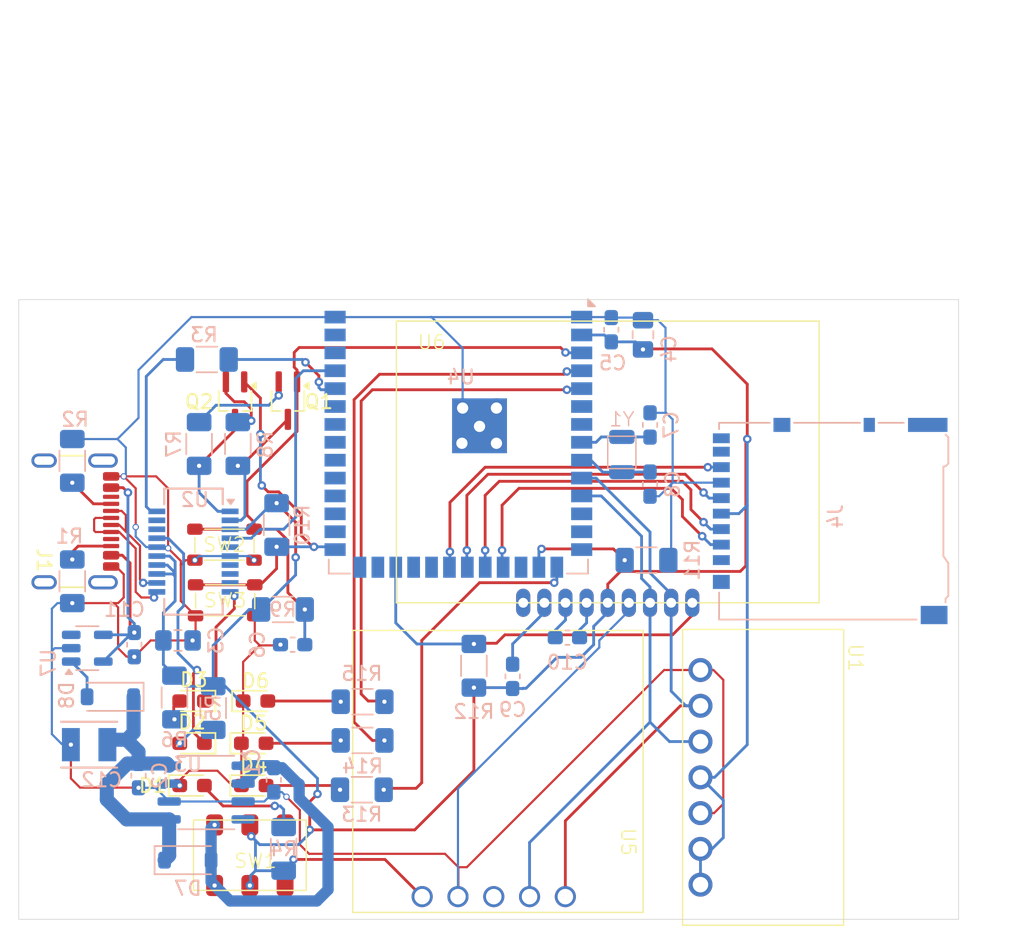
<source format=kicad_pcb>
(kicad_pcb (version 20240108) (generator "pcbnew") (generator_version "8.0")
  (layers (0 "F.Cu" signal) (31 "B.Cu" signal) (34 "B.Paste" user) (35 "F.Paste" user) (36 "B.SilkS" user "B.Silkscreen") (37 "F.SilkS" user "F.Silkscreen") (38 "B.Mask" user) (39 "F.Mask" user) (44 "Edge.Cuts" user))
  (net 0 "")
  (net 1 "GND")
  (net 2 "VDD")
  (net 3 "SW_1")
  (net 4 "+3V3")
  (net 5 "ESP32_EN")
  (net 6 "ESP32_IO15")
  (net 7 "ESP32_IO16")
  (net 8 "Net-(U6-VOUT)")
  (net 9 "Net-(U6-CAP1N)")
  (net 10 "Net-(U6-CAP1P)")
  (net 11 "Net-(D1-A)")
  (net 12 "CBUS1")
  (net 13 "Net-(D2-A)")
  (net 14 "CBUS2")
  (net 15 "Net-(D3-A)")
  (net 16 "Net-(D4-A)")
  (net 17 "Net-(D5-A)")
  (net 18 "Net-(D6-A)")
  (net 20 "USB_DP")
  (net 22 "Net-(J1-CC1)")
  (net 23 "Net-(J1-CC2)")
  (net 25 "USB_DM")
  (net 31 "ESP32_IO11_SPI_MOSI")
  (net 33 "ESP32_IO10_SPI_CS")
  (net 34 "ESP32_IO12_SPI_SCK")
  (net 37 "ESP32_IO13_SPI_MISO")
  (net 38 "RTS")
  (net 39 "Net-(Q1-B)")
  (net 40 "DTR")
  (net 41 "ESP32_IO0")
  (net 42 "Net-(Q2-B)")
  (net 43 "Net-(U2-TXD)")
  (net 44 "ESP32_RXD")
  (net 45 "ESP32_IO46")
  (net 46 "ESP32_IO47")
  (net 47 "ESP32_IO3")
  (net 48 "ESP32_IO4")
  (net 49 "ESP32_IO5")
  (net 52 "ESP32_IO18_SDA")
  (net 53 "ESP32_IO17_SCL")
  (net 59 "ESP32_TXD")
  (net 87 "VBUS")
  (net 88 "Net-(D8-A)")
  (footprint "mylib:SSSS213202" (layer "F.Cu") (at 102.4 109.45)
    (property "Reference" "SW1")
    (property "Value" "ssss213202" (hide yes))
  )
  (footprint "MountingHole:MountingHole_3.2mm_M3" (layer "F.Cu") (at 150.8 74)
    (property "Reference" "H2" (hide yes))
    (property "Value" "M3_MountHoll" (hide yes))
  )
  (footprint "MountingHole:MountingHole_3.2mm_M3" (layer "F.Cu") (at 93.3 74)
    (property "Reference" "H1" (hide yes))
    (property "Value" "M3_MountHoll" (hide yes))
  )
  (footprint "LED_SMD:LED_0603_1608Metric_Pad1.05x0.95mm_HandSolder" (layer "F.Cu") (at 100.8 98.5 180)
    (property "Reference" "D3")
    (property "Value" "LED" (hide yes))
  )
  (footprint "MountingHole:MountingHole_3.2mm_M3" (layer "F.Cu") (at 93.3 110)
    (property "Reference" "H4" (hide yes))
    (property "Value" "M3_MountHoll" (hide yes))
  )
  (footprint "mylib:AQM0802A-RN-GBW" (layer "F.Cu") (at 115.3 91.525)
    (property "Reference" "U6")
    (property "Value" "AQM0802A-RN-GBW" (hide yes))
  )
  (footprint "LED_SMD:LED_0603_1608Metric_Pad1.05x0.95mm_HandSolder" (layer "F.Cu") (at 105.3 98.5)
    (property "Reference" "D6")
    (property "Value" "LED" (hide yes))
  )
  (footprint "mylib:BME280_SwitchScience" (layer "F.Cu") (at 136.88 103.92 -90)
    (property "Reference" "U1")
    (property "Value" "BME280" (hide yes))
  )
  (footprint "LED_SMD:LED_0603_1608Metric_Pad1.05x0.95mm_HandSolder" (layer "F.Cu") (at 100.8 104.5)
    (property "Reference" "D1")
    (property "Value" "LED" (hide yes))
  )
  (footprint "LED_SMD:LED_0603_1608Metric_Pad1.05x0.95mm_HandSolder" (layer "F.Cu") (at 105.175 101.5)
    (property "Reference" "D5")
    (property "Value" "LED" (hide yes))
  )
  (footprint "Package_TO_SOT_SMD:SOT-323_SC-70_Handsoldering" (layer "F.Cu") (at 103.85 77.17 -90)
    (property "Reference" "Q2")
    (property "Value" "2PC4081R" (hide yes))
  )
  (footprint "LED_SMD:LED_0603_1608Metric_Pad1.05x0.95mm_HandSolder" (layer "F.Cu") (at 100.8 101.5 180)
    (property "Reference" "D2")
    (property "Value" "LED" (hide yes))
  )
  (footprint "mylib:SKRPACE010" (layer "F.Cu") (at 103.15 91.35)
    (property "Reference" "SW3")
    (property "Value" "SKRPACE010" (hide yes))
  )
  (footprint "Package_TO_SOT_SMD:SOT-323_SC-70_Handsoldering" (layer "F.Cu") (at 107.6 77.17 -90)
    (property "Reference" "Q1")
    (property "Value" "2PC4081R" (hide yes))
  )
  (footprint "mylib:SCD40_Conta" (layer "F.Cu") (at 122.21 112.39 -90)
    (property "Reference" "U5")
    (property "Value" "SCD40" (hide yes))
  )
  (footprint "MountingHole:MountingHole_3.2mm_M3" (layer "F.Cu") (at 150.8 109.5)
    (property "Reference" "H3" (hide yes))
    (property "Value" "M3_MountHoll" (hide yes))
  )
  (footprint "mylib:SKRPACE010" (layer "F.Cu") (at 103.1 87.4)
    (property "Reference" "SW2")
    (property "Value" "SKRPACE010" (hide yes))
  )
  (footprint "Connector_USB:USB_C_Receptacle_GCT_USB4105-xx-A_16P_TopMnt_Horizontal" (layer "F.Cu") (at 91.375 85.75 -90)
    (property "Reference" "J1")
    (property "Value" "USB4105-GF-A" (hide yes))
  )
  (footprint "LED_SMD:LED_0603_1608Metric_Pad1.05x0.95mm_HandSolder" (layer "F.Cu") (at 105.175 104.5)
    (property "Reference" "D4")
    (property "Value" "LED" (hide yes))
  )
  (footprint "Capacitor_SMD:C_0603_1608Metric_Pad1.08x0.95mm_HandSolder" (layer "B.Cu") (at 97 103.8 -90)
    (property "Reference" "C2")
    (property "Value" "10uF" (hide yes))
  )
  (footprint "Capacitor_SMD:C_0603_1608Metric_Pad1.08x0.95mm_HandSolder" (layer "B.Cu") (at 106.6 104.1 -90)
    (property "Reference" "C1")
    (property "Value" "10uF" (hide yes))
  )
  (footprint "Resistor_SMD:R_1206_3216Metric_Pad1.30x1.75mm_HandSolder" (layer "B.Cu") (at 107.3 109 -90)
    (property "Reference" "R4")
    (property "Value" "10K" (hide yes))
  )
  (footprint "Capacitor_SMD:C_0603_1608Metric_Pad1.08x0.95mm_HandSolder" (layer "B.Cu") (at 133.3 83.1 -90)
    (property "Reference" "C8")
    (property "Value" "15pF" (hide yes))
  )
  (footprint "Capacitor_SMD:C_0603_1608Metric_Pad1.08x0.95mm_HandSolder" (layer "B.Cu") (at 96.7 94.5 -90)
    (property "Reference" "C11")
    (property "Value" "0.01uF" (hide yes))
  )
  (footprint "Diode_SMD:D_SOD-123" (layer "B.Cu") (at 95 98.2 180)
    (property "Reference" "D8")
    (property "Value" "RB161MM-20" (hide yes))
  )
  (footprint "Resistor_SMD:R_1206_3216Metric_Pad1.30x1.75mm_HandSolder" (layer "B.Cu") (at 112.9 101.3)
    (property "Reference" "R14")
    (property "Value" "10K" (hide yes))
  )
  (footprint "Capacitor_SMD:C_0805_2012Metric_Pad1.18x1.45mm_HandSolder" (layer "B.Cu") (at 132.8 72.5 -90)
    (property "Reference" "C4")
    (property "Value" "0.1uF" (hide yes))
  )
  (footprint "Resistor_SMD:R_1206_3216Metric_Pad1.30x1.75mm_HandSolder" (layer "B.Cu") (at 106.8 86 90)
    (property "Reference" "R10")
    (property "Value" "10K" (hide yes))
  )
  (footprint "Capacitor_SMD:C_0603_1608Metric_Pad1.08x0.95mm_HandSolder" (layer "B.Cu") (at 123.55 96.75 90)
    (property "Reference" "C9")
    (property "Value" "1uF" (hide yes))
  )
  (footprint "Resistor_SMD:R_1206_3216Metric_Pad1.30x1.75mm_HandSolder" (layer "B.Cu") (at 101.3 80.25 -90)
    (property "Reference" "R7")
    (property "Value" "10K" (hide yes))
  )
  (footprint "mylib:ESP32-S3-WROOM-1" (layer "B.Cu") (at 119.7 76.5 180)
    (property "Reference" "U4")
    (property "Value" "ESP32-S3-WROOM-1" (hide yes))
  )
  (footprint "Resistor_SMD:R_1206_3216Metric_Pad1.30x1.75mm_HandSolder" (layer "B.Cu") (at 99.55 98.25 90)
    (property "Reference" "R6")
    (property "Value" "10K" (hide yes))
  )
  (footprint "Resistor_SMD:R_1206_3216Metric_Pad1.30x1.75mm_HandSolder" (layer "B.Cu") (at 92.3 81.45 90)
    (property "Reference" "R2")
    (property "Value" "5.1K" (hide yes))
  )
  (footprint "Resistor_SMD:R_1206_3216Metric_Pad1.30x1.75mm_HandSolder" (layer "B.Cu") (at 133.05 88.5 180)
    (property "Reference" "R11")
    (property "Value" "10K" (hide yes))
  )
  (footprint "Resistor_SMD:R_1206_3216Metric_Pad1.30x1.75mm_HandSolder" (layer "B.Cu") (at 120.8 96 -90)
    (property "Reference" "R12")
    (property "Value" "10K" (hide yes))
  )
  (footprint "Resistor_SMD:R_1206_3216Metric_Pad1.30x1.75mm_HandSolder" (layer "B.Cu") (at 112.85 104.8)
    (property "Reference" "R13")
    (property "Value" "10K" (hide yes))
  )
  (footprint "Package_SO:Infineon_PG-DSO-8-24_4x5mm" (layer "B.Cu") (at 101.8 105 180)
    (property "Reference" "U3")
    (property "Value" "LT1963ES8-3.3" (hide yes))
  )
  (footprint "Capacitor_SMD:C_0603_1608Metric_Pad1.08x0.95mm_HandSolder" (layer "B.Cu") (at 127.4375 94)
    (property "Reference" "C10")
    (property "Value" "1uF" (hide yes))
  )
  (footprint "Capacitor_SMD:C_0805_2012Metric_Pad1.18x1.45mm_HandSolder" (layer "B.Cu") (at 99.8 94.2)
    (property "Reference" "C3")
    (property "Value" "0.1uF" (hide yes))
  )
  (footprint "Connector_Card:microSD_HC_Hirose_DM3AT-SF-PEJM5" (layer "B.Cu") (at 146.085 85.72 -90)
    (property "Reference" "J4")
    (property "Value" "Micro_SD_Card_Det_Hirose_DM3AT" (hide yes))
  )
  (footprint "Package_SO:SSOP-20_3.9x8.7mm_P0.635mm" (layer "B.Cu") (at 100.9 87.8925 180)
    (property "Reference" "U2")
    (property "Value" "FT231XS" (hide yes))
  )
  (footprint "Resistor_SMD:R_1206_3216Metric_Pad1.30x1.75mm_HandSolder" (layer "B.Cu") (at 102.3 99 90)
    (property "Reference" "R5")
    (property "Value" "10K" (hide yes))
  )
  (footprint "Resistor_SMD:R_1206_3216Metric_Pad1.30x1.75mm_HandSolder" (layer "B.Cu") (at 92.3 90 -90)
    (property "Reference" "R1")
    (property "Value" "5.1K" (hide yes))
  )
  (footprint "Package_TO_SOT_SMD:SOT-23-5" (layer "B.Cu") (at 93.3625 94.75)
    (property "Reference" "U7")
    (property "Value" "TPS2065DDBVR" (hide yes))
  )
  (footprint "Resistor_SMD:R_1206_3216Metric_Pad1.30x1.75mm_HandSolder" (layer "B.Cu") (at 101.85 74.25)
    (property "Reference" "R3")
    (property "Value" "470" (hide yes))
  )
  (footprint "Capacitor_SMD:C_0603_1608Metric_Pad1.08x0.95mm_HandSolder" (layer "B.Cu") (at 130.55 72.1375 -90)
    (property "Reference" "C5")
    (property "Value" "10uF" (hide yes))
  )
  (footprint "Resistor_SMD:R_1206_3216Metric_Pad1.30x1.75mm_HandSolder" (layer "B.Cu") (at 107.25 92 180)
    (property "Reference" "R9")
    (property "Value" "10K" (hide yes))
  )
  (footprint "Capacitor_SMD:C_0603_1608Metric_Pad1.08x0.95mm_HandSolder" (layer "B.Cu") (at 107.9375 94.5 180)
    (property "Reference" "C6")
    (property "Value" "0.01uF" (hide yes))
  )
  (footprint "TAJ_SMD:TAJB_AVX" (layer "B.Cu") (at 93.49561 101.6 180)
    (property "Reference" "C12")
    (property "Value" "22uF" (hide yes))
  )
  (footprint "Capacitor_SMD:C_0603_1608Metric_Pad1.08x0.95mm_HandSolder" (layer "B.Cu") (at 133.3 78.9 90)
    (property "Reference" "C7")
    (property "Value" "15pF" (hide yes))
  )
  (footprint "Resistor_SMD:R_1206_3216Metric_Pad1.30x1.75mm_HandSolder" (layer "B.Cu") (at 112.9 98.55)
    (property "Reference" "R15")
    (property "Value" "10K" (hide yes))
  )
  (footprint "Resistor_SMD:R_1206_3216Metric_Pad1.30x1.75mm_HandSolder" (layer "B.Cu") (at 104.05 80.25 -90)
    (property "Reference" "R8")
    (property "Value" "10K" (hide yes))
  )
  (footprint "mylib:FC-135" (layer "B.Cu") (at 131.3 81 90)
    (property "Reference" "Y1")
    (property "Value" "FC-135" (hide yes))
  )
  (footprint "Diode_SMD:D_SOD-123" (layer "B.Cu") (at 100.5 109.8)
    (property "Reference" "D7")
    (property "Value" "RB161MM-20" (hide yes))
  )
  (gr_line (start 88.5 70) (end 88.5 114) (stroke (width 0.05)) (layer "Edge.Cuts"))
  (gr_line (start 155.2 70) (end 88.5 70) (stroke (width 0.05)) (layer "Edge.Cuts"))
  (gr_line (start 155.2 114) (end 155.2 70) (stroke (width 0.05)) (layer "Edge.Cuts"))
  (gr_line (start 88.5 114) (end 155.2 114) (stroke (width 0.05)) (layer "Edge.Cuts"))
  (segment (start 108.45 106.25) (end 108.45 108.7) (width 0.1524) (layer "F.Cu") (net 1))
  (segment (start 104.425 101.325) (end 104.425 98.5) (width 0.1524) (layer "F.Cu") (net 1))
  (segment (start 95.55 91.85) (end 95.55 94.75) (width 0.1524) (layer "F.Cu") (net 1))
  (segment (start 109.1 109.35) (end 118.75 109.35) (width 0.1524) (layer "F.Cu") (net 1))
  (segment (start 100 91.4) (end 101.05 92.45) (width 0.1524) (layer "F.Cu") (net 1))
  (segment (start 92.2 101.6) (end 92.2 104) (width 0.1524) (layer "F.Cu") (net 1))
  (segment (start 101 88.5) (end 100.35 88.5) (width 0.1524) (layer "F.Cu") (net 1))
  (segment (start 95.4 88.95) (end 95.95 89.5) (width 0.1524) (layer "F.Cu") (net 1))
  (segment (start 107.025 94.55) (end 107.075 94.5) (width 0.1524) (layer "F.Cu") (net 1))
  (segment (start 101.05 92.45) (end 101.05 93.9875) (width 0.1524) (layer "F.Cu") (net 1))
  (segment (start 136.88 96.3) (end 134.3 96.3) (width 0.1524) (layer "F.Cu") (net 1))
  (segment (start 96.8 83.4) (end 96.8 86.15) (width 0.1524) (layer "F.Cu") (net 1))
  (segment (start 95.25 91.55) (end 92.3 91.55) (width 0.1524) (layer "F.Cu") (net 1))
  (segment (start 100 88.55) (end 100 88.85) (width 0.1524) (layer "F.Cu") (net 1))
  (segment (start 138.5 97) (end 138.5 105.8) (width 0.1524) (layer "F.Cu") (net 1))
  (segment (start 100.35 88.5) (end 100 88.85) (width 0.1524) (layer "F.Cu") (net 1))
  (segment (start 104.3 104.5) (end 103.65 104.5) (width 0.1524) (layer "F.Cu") (net 1))
  (segment (start 95.95 82.55) (end 96.8 83.4) (width 0.1524) (layer "F.Cu") (net 1))
  (segment (start 137.8 96.3) (end 138.5 97) (width 0.1524) (layer "F.Cu") (net 1))
  (segment (start 98.25 82.55) (end 99.1 83.4) (width 0.1524) (layer "F.Cu") (net 1))
  (segment (start 119.7 112.36) (end 119.67 112.39) (width 0.1524) (layer "F.Cu") (net 1))
  (segment (start 103.65 104.5) (end 102.6 103.45) (width 0.1524) (layer "F.Cu") (net 1))
  (segment (start 99.1 83.4) (end 99.1 87.65) (width 0.1524) (layer "F.Cu") (net 1))
  (segment (start 95.55 94.75) (end 96.15 95.35) (width 0.1524) (layer "F.Cu") (net 1))
  (segment (start 134.3 96.3) (end 120.3 110.3) (width 0.1524) (layer "F.Cu") (net 1))
  (segment (start 99.1 87.65) (end 100 88.55) (width 0.1524) (layer "F.Cu") (net 1))
  (segment (start 105.6 94.55) (end 105.25 94.2) (width 0.1524) (layer "F.Cu") (net 1))
  (segment (start 95.055 82.55) (end 95.95 82.55) (width 0.1524) (layer "F.Cu") (net 1))
  (segment (start 104.425 98.5) (end 104.425 95.725) (width 0.1524) (layer "F.Cu") (net 1))
  (segment (start 95.055 88.95) (end 95.4 88.95) (width 0.1524) (layer "F.Cu") (net 1))
  (segment (start 95.95 82.55) (end 98.25 82.55) (width 0.1524) (layer "F.Cu") (net 1))
  (segment (start 96.15 95.35) (end 96.25 95.35) (width 0.1524) (layer "F.Cu") (net 1))
  (segment (start 107.5 105.3) (end 108.45 106.25) (width 0.1524) (layer "F.Cu") (net 1))
  (segment (start 95.95 89.5) (end 95.95 91.15) (width 0.1524) (layer "F.Cu") (net 1))
  (segment (start 100.6 103.45) (end 99.925 104.125) (width 0.1524) (layer "F.Cu") (net 1))
  (segment (start 105.6 94.55) (end 107.025 94.55) (width 0.1524) (layer "F.Cu") (net 1))
  (segment (start 120.3 110.3) (end 119.7 110.3) (width 0.1524) (layer "F.Cu") (net 1))
  (segment (start 95.95 91.15) (end 95.55 91.55) (width 0.1524) (layer "F.Cu") (net 1))
  (segment (start 96.25 95.35) (end 96.2625 95.3625) (width 0.1524) (layer "F.Cu") (net 1))
  (segment (start 104.3 104.5) (end 104.3 101.5) (width 0.1524) (layer "F.Cu") (net 1))
  (segment (start 101.05 93.9875) (end 100.8375 94.2) (width 0.1524) (layer "F.Cu") (net 1))
  (segment (start 119.7 110.3) (end 119.7 112.36) (width 0.1524) (layer "F.Cu") (net 1))
  (segment (start 96.9875 104.65) (end 97 104.6625) (width 0.1524) (layer "F.Cu") (net 1))
  (segment (start 100 88.85) (end 100 91.4) (width 0.1524) (layer "F.Cu") (net 1))
  (segment (start 118.75 109.35) (end 119.7 110.3) (width 0.1524) (layer "F.Cu") (net 1))
  (segment (start 95.25 91.55) (end 95.55 91.85) (width 0.1524) (layer "F.Cu") (net 1))
  (segment (start 97.8625 94.2) (end 96.7 95.3625) (width 0.1524) (layer "F.Cu") (net 1))
  (segment (start 136.88 96.3) (end 137.8 96.3) (width 0.1524) (layer "F.Cu") (net 1))
  (segment (start 95.55 91.55) (end 95.25 91.55) (width 0.1524) (layer "F.Cu") (net 1))
  (segment (start 104.3 101.5) (end 104.3 101.45) (width 0.1524) (layer "F.Cu") (net 1))
  (segment (start 96.2625 95.3625) (end 96.7 95.3625) (width 0.1524) (layer "F.Cu") (net 1))
  (segment (start 102.6 103.45) (end 100.6 103.45) (width 0.1524) (layer "F.Cu") (net 1))
  (segment (start 100.8375 94.2) (end 97.8625 94.2) (width 0.1524) (layer "F.Cu") (net 1))
  (segment (start 138.5 105.8) (end 137.84 106.46) (width 0.1524) (layer "F.Cu") (net 1))
  (segment (start 99.925 104.125) (end 99.925 104.5) (width 0.1524) (layer "F.Cu") (net 1))
  (segment (start 104.425 95.725) (end 105.6 94.55) (width 0.1524) (layer "F.Cu") (net 1))
  (segment (start 92.85 104.65) (end 96.9875 104.65) (width 0.1524) (layer "F.Cu") (net 1))
  (segment (start 104.3 101.45) (end 104.425 101.325) (width 0.1524) (layer "F.Cu") (net 1))
  (segment (start 108.45 108.7) (end 109.1 109.35) (width 0.1524) (layer "F.Cu") (net 1))
  (segment (start 92.2 104) (end 92.85 104.65) (width 0.1524) (layer "F.Cu") (net 1))
  (segment (start 137.84 106.46) (end 136.88 106.46) (width 0.1524) (layer "F.Cu") (net 1))
  (segment (start 105.25 94.2) (end 105.25 92.45) (width 0.1524) (layer "F.Cu") (net 1))
  (via (at 95.95 82.55) (size 0.45) (drill 0.3) (layers "F.Cu" "B.Cu") (net 1))
  (via (at 101 88.5) (size 0.45) (drill 0.3) (layers "F.Cu" "B.Cu") (net 1))
  (via (at 92.2 101.6) (size 0.6) (drill 0.3) (layers "F.Cu" "B.Cu") (net 1))
  (via (at 96.7 95.3625) (size 0.45) (drill 0.3) (layers "F.Cu" "B.Cu") (net 1))
  (via (at 92.3 91.55) (size 0.45) (drill 0.3) (layers "F.Cu" "B.Cu") (net 1))
  (via (at 100.8375 94.2) (size 0.45) (drill 0.3) (layers "F.Cu" "B.Cu") (net 1))
  (via (at 99.925 104.5) (size 0.45) (drill 0.3) (layers "F.Cu" "B.Cu") (net 1))
  (via (at 99.1 87.65) (size 0.45) (drill 0.3) (layers "F.Cu" "B.Cu") (net 1))
  (via (at 97 104.6625) (size 0.45) (drill 0.3) (layers "F.Cu" "B.Cu") (net 1))
  (via (at 107.075 94.5) (size 0.45) (drill 0.3) (layers "F.Cu" "B.Cu") (net 1))
  (via (at 96.8 86.15) (size 0.45) (drill 0.3) (layers "F.Cu" "B.Cu") (net 1))
  (via (at 105.2 88.5) (size 0.45) (drill 0.3) (layers "F.Cu" "B.Cu") (net 1))
  (via (at 107.5 105.3) (size 0.45) (drill 0.3) (layers "F.Cu" "B.Cu") (net 1))
  (segment (start 91.25 91.55) (end 90.85 91.95) (width 0.1524) (layer "B.Cu") (net 1))
  (segment (start 117.7 71.24) (end 110.95 71.24) (width 0.1524) (layer "B.Cu") (net 1))
  (segment (start 131.8 92.1) (end 129.7 94.2) (width 0.1524) (layer "B.Cu") (net 1))
  (segment (start 104.425 105.635) (end 105.9275 105.635) (width 0.1524) (layer "B.Cu") (net 1))
  (segment (start 91.55 101.55) (end 90.85 100.85) (width 0.1524) (layer "B.Cu") (net 1))
  (segment (start 107.1625 104.9625) (end 107.5 105.3) (width 0.1524) (layer "B.Cu") (net 1))
  (segment (start 97 78.4) (end 95.5 79.9) (width 0.1524) (layer "B.Cu") (net 1))
  (segment (start 97.5476 87.575) (end 98.3 87.575) (width 0.1524) (layer "B.Cu") (net 1))
  (segment (start 134.3 88.5) (end 134.6 88.5) (width 0.1524) (layer "B.Cu") (net 1))
  (segment (start 132.8 71.4625) (end 133.8625 71.4625) (width 0.1524) (layer "B.Cu") (net 1))
  (segment (start 131.8 91.525) (end 131.8 92.1) (width 0.1524) (layer "B.Cu") (net 1))
  (segment (start 96.8 86.8274) (end 97.5476 87.575) (width 0.1524) (layer "B.Cu") (net 1))
  (segment (start 92.2 101.6) (end 92.15 101.55) (width 0.1524) (layer "B.Cu") (net 1))
  (segment (start 134.905 78.505) (end 134.905 82.995) (width 0.1524) (layer "B.Cu") (net 1))
  (segment (start 110.95 71.24) (end 100.76 71.24) (width 0.1524) (layer "B.Cu") (net 1))
  (segment (start 134.4375 78.0375) (end 134.905 78.505) (width 0.1524) (layer "B.Cu") (net 1))
  (segment (start 117.7 71.24) (end 128.45 71.24) (width 0.1524) (layer "B.Cu") (net 1))
  (segment (start 99.175 104.365) (end 99.79 104.365) (width 0.1524) (layer "B.Cu") (net 1))
  (segment (start 97 75) (end 97 78.4) (width 0.1524) (layer "B.Cu") (net 1))
  (segment (start 133.3 83.9625) (end 133.9375 83.9625) (width 0.1524) (layer "B.Cu") (net 1))
  (segment (start 92.15 101.55) (end 91.55 101.55) (width 0.1524) (layer "B.Cu") (net 1))
  (segment (start 96.1 82.4) (end 95.95 82.55) (width 0.1524) (layer "B.Cu") (net 1))
  (segment (start 99.025 87.575) (end 99.1 87.65) (width 0.1524) (layer "B.Cu") (net 1))
  (segment (start 97.9 104.6625) (end 98.2025 104.6625) (width 0.1524) (layer "B.Cu") (net 1))
  (segment (start 104.91 88.21) (end 105.2 88.5) (width 0.1524) (layer "B.Cu") (net 1))
  (segment (start 103.5 88.21) (end 104.91 88.21) (width 0.1524) (layer "B.Cu") (net 1))
  (segment (start 134.8 83.1) (end 134.85 83.05) (width 0.1524) (layer "B.Cu") (net 1))
  (segment (start 90.85 95.15) (end 90.85 94.95) (width 0.1524) (layer "B.Cu") (net 1))
  (segment (start 132.6125 71.275) (end 132.8 71.4625) (width 0.1524) (layer "B.Cu") (net 1))
  (segment (start 96.1 80.5) (end 96.1 82.4) (width 0.1524) (layer "B.Cu") (net 1))
  (segment (start 133.3 78.0375) (end 134.4375 78.0375) (width 0.1524) (layer "B.Cu") (net 1))
  (segment (start 120 73.45) (end 117.79 71.24) (width 0.1524) (layer "B.Cu") (net 1))
  (segment (start 98.2025 104.6625) (end 99.175 105.635) (width 0.1524) (layer "B.Cu") (net 1))
  (segment (start 90.85 94.95) (end 91.05 94.75) (width 0.1524) (layer "B.Cu") (net 1))
  (segment (start 104.425 105.635) (end 99.175 105.635) (width 0.1524) (layer "B.Cu") (net 1))
  (segment (start 130.55 71.275) (end 132.6125 71.275) (width 0.1524) (layer "B.Cu") (net 1))
  (segment (start 130.515 71.24) (end 130.55 71.275) (width 0.1524) (layer "B.Cu") (net 1))
  (segment (start 98.8775 104.6625) (end 99.175 104.365) (width 0.1524) (layer "B.Cu") (net 1))
  (segment (start 134.905 82.995) (end 138.36 82.995) (width 0.1524) (layer "B.Cu") (net 1))
  (segment (start 105.9275 105.635) (end 106.6 104.9625) (width 0.1524) (layer "B.Cu") (net 1))
  (segment (start 90.85 100.85) (end 90.85 95.15) (width 0.1524) (layer "B.Cu") (net 1))
  (segment (start 103.5 88.21) (end 101.29 88.21) (width 0.1524) (layer "B.Cu") (net 1))
  (segment (start 92.3 91.55) (end 91.25 91.55) (width 0.1524) (layer "B.Cu") (net 1))
  (segment (start 134.85 83.05) (end 134.905 82.995) (width 0.1524) (layer "B.Cu") (net 1))
  (segment (start 134.4 72) (end 134.4 78) (width 0.1524) (layer "B.Cu") (net 1))
  (segment (start 131.8 91.525) (end 131.8 91) (width 0.1524) (layer "B.Cu") (net 1))
  (segment (start 97.9 104.6625) (end 98.8775 104.6625) (width 0.1524) (layer "B.Cu") (net 1))
  (segment (start 128.45 71.24) (end 130.515 71.24) (width 0.1524) (layer "B.Cu") (net 1))
  (segment (start 119.67 104.73) (end 119.67 112.39) (width 0.1524) (layer "B.Cu") (net 1))
  (segment (start 96.8 86.15) (end 96.8 86.8274) (width 0.1524) (layer "B.Cu") (net 1))
  (segment (start 133.8625 71.4625) (end 134.4 72) (width 0.1524) (layer "B.Cu") (net 1))
  (segment (start 90.85 91.95) (end 90.85 95.15) (width 0.1524) (layer "B.Cu") (net 1))
  (segment (start 120 77.7) (end 120 73.45) (width 0.1524) (layer "B.Cu") (net 1))
  (segment (start 129.7 94.2) (end 129.7 94.7) (width 0.1524) (layer "B.Cu") (net 1))
  (segment (start 106.6 104.9625) (end 107.1625 104.9625) (width 0.1524) (layer "B.Cu") (net 1))
  (segment (start 91.05 94.75) (end 92.225 94.75) (width 0.1524) (layer "B.Cu") (net 1))
  (segment (start 134.8 88.3) (end 134.8 83.1) (width 0.1524) (layer "B.Cu") (net 1))
  (segment (start 98.3 87.575) (end 99.025 87.575) (width 0.1524) (layer "B.Cu") (net 1))
  (segment (start 97 104.6625) (end 97.9 104.6625) (width 0.1524) (layer "B.Cu") (net 1))
  (segment (start 100.76 71.24) (end 97 75) (width 0.1524) (layer "B.Cu") (net 1))
  (segment (start 99.79 104.365) (end 99.925 104.5) (width 0.1524) (layer "B.Cu") (net 1))
  (segment (start 95.5 79.9) (end 96.1 80.5) (width 0.1524) (layer "B.Cu") (net 1))
  (segment (start 134.6 88.5) (end 134.8 88.3) (width 0.1524) (layer "B.Cu") (net 1))
  (segment (start 101.29 88.21) (end 101 88.5) (width 0.1524) (layer "B.Cu") (net 1))
  (segment (start 134.4 78) (end 134.4375 78.0375) (width 0.1524) (layer "B.Cu") (net 1))
  (segment (start 129.7 94.7) (end 119.67 104.73) (width 0.1524) (layer "B.Cu") (net 1))
  (segment (start 92.3 79.9) (end 95.5 79.9) (width 0.1524) (layer "B.Cu") (net 1))
  (segment (start 117.79 71.24) (end 117.7 71.24) (width 0.1524) (layer "B.Cu") (net 1))
  (segment (start 133.9375 83.9625) (end 134.85 83.05) (width 0.1524) (layer "B.Cu") (net 1))
  (segment (start 94.75 105.5) (end 94.75 104.4) (width 1) (layer "B.Cu") (net 2))
  (segment (start 97 102.1) (end 97 102.9375) (width 1) (layer "B.Cu") (net 2))
  (segment (start 94.75 104.4) (end 96.2125 102.9375) (width 1) (layer "B.Cu") (net 2))
  (segment (start 96.15 101.25) (end 97 102.1) (width 1) (layer "B.Cu") (net 2))
  (segment (start 94.79122 101.557598) (end 95.098818 101.25) (width 1) (layer "B.Cu") (net 2))
  (segment (start 99.0175 102.9375) (end 99.175 103.095) (width 1) (layer "B.Cu") (net 2))
  (segment (start 99.175 106.905) (end 96.155 106.905) (width 1) (layer "B.Cu") (net 2))
  (segment (start 99.175 109.475) (end 98.85 109.8) (width 1) (layer "B.Cu") (net 2))
  (segment (start 95.098818 101.25) (end 96.15 101.25) (width 1) (layer "B.Cu") (net 2))
  (segment (start 94.79122 101.6) (end 94.79122 101.557598) (width 1) (layer "B.Cu") (net 2))
  (segment (start 99.175 106.905) (end 99.175 109.475) (width 1) (layer "B.Cu") (net 2))
  (segment (start 96.65 100.75) (end 96.65 98.2) (width 1) (layer "B.Cu") (net 2))
  (segment (start 96.2125 102.9375) (end 97 102.9375) (width 1) (layer "B.Cu") (net 2))
  (segment (start 96.155 106.905) (end 94.75 105.5) (width 1) (layer "B.Cu") (net 2))
  (segment (start 97 102.9375) (end 99.0175 102.9375) (width 1) (layer "B.Cu") (net 2))
  (segment (start 96.15 101.25) (end 96.65 100.75) (width 1) (layer "B.Cu") (net 2))
  (via (at 102.4 107.3) (size 0.6) (drill 0.3) (layers "F.Cu" "B.Cu") (net 3))
  (via (at 102.4 111.6) (size 0.6) (drill 0.3) (layers "F.Cu" "B.Cu") (net 3))
  (segment (start 109.65 112.7) (end 110.45 111.9) (width 0.8) (layer "B.Cu") (net 3))
  (segment (start 105.695 103.095) (end 105.75 103.095) (width 0.8) (layer "B.Cu") (net 3))
  (segment (start 104.425 104.365) (end 105.695 103.095) (width 0.8) (layer "B.Cu") (net 3))
  (segment (start 105.75 103.095) (end 106.4575 103.095) (width 0.8) (layer "B.Cu") (net 3))
  (segment (start 102.15 107.55) (end 102.4 107.3) (width 0.8) (layer "B.Cu") (net 3))
  (segment (start 107.1875 103.2375) (end 106.6 103.2375) (width 0.8) (layer "B.Cu") (net 3))
  (segment (start 108.4 104.4) (end 108.35 104.4) (width 0.8) (layer "B.Cu") (net 3))
  (segment (start 102.15 111.35) (end 102.4 111.6) (width 0.8) (layer "B.Cu") (net 3))
  (segment (start 108.35 104.4) (end 107.1875 103.2375) (width 0.8) (layer "B.Cu") (net 3))
  (segment (start 106.4575 103.095) (end 106.6 103.2375) (width 0.8) (layer "B.Cu") (net 3))
  (segment (start 102.15 109.8) (end 102.15 107.55) (width 0.8) (layer "B.Cu") (net 3))
  (segment (start 102.4 111.6) (end 103.5 112.7) (width 0.8) (layer "B.Cu") (net 3))
  (segment (start 110.45 111.9) (end 110.45 107.45) (width 0.8) (layer "B.Cu") (net 3))
  (segment (start 108.4 105.4) (end 108.4 104.4) (width 0.8) (layer "B.Cu") (net 3))
  (segment (start 104.425 103.095) (end 105.75 103.095) (width 0.8) (layer "B.Cu") (net 3))
  (segment (start 103.5 112.7) (end 109.65 112.7) (width 0.8) (layer "B.Cu") (net 3))
  (segment (start 102.15 109.8) (end 102.15 111.35) (width 0.8) (layer "B.Cu") (net 3))
  (segment (start 110.45 107.45) (end 108.4 105.4) (width 0.8) (layer "B.Cu") (net 3))
  (segment (start 109.15 107.65) (end 109.15 105.65) (width 0.2) (layer "F.Cu") (net 4))
  (segment (start 132.8375 73.5) (end 132.8 73.5375) (width 0.2) (layer "F.Cu") (net 4))
  (segment (start 109.6 105.2) (end 109.7 105.1) (width 0.2) (layer "F.Cu") (net 4))
  (segment (start 108.1524 88.3) (end 108.1524 85.8024) (width 0.2) (layer "F.Cu") (net 4))
  (segment (start 114.49 109.75) (end 108 109.75) (width 0.2) (layer "F.Cu") (net 4))
  (segment (start 120.8 103.45) (end 120.8 97.55) (width 0.2) (layer "F.Cu") (net 4))
  (segment (start 130.3 90.2) (end 131.2 89.3) (width 0.2) (layer "F.Cu") (net 4))
  (segment (start 137.7 73.5) (end 132.8375 73.5) (width 0.2) (layer "F.Cu") (net 4))
  (segment (start 139.7 89.3) (end 140.1 88.9) (width 0.2) (layer "F.Cu") (net 4))
  (segment (start 109.15 105.65) (end 109.6 105.2) (width 0.2) (layer "F.Cu") (net 4))
  (segment (start 105 108.1) (end 105 107.4) (width 0.2) (layer "F.Cu") (net 4))
  (segment (start 116.6 107.65) (end 120.8 103.45) (width 0.2) (layer "F.Cu") (net 4))
  (segment (start 131.2 89.3) (end 139.7 89.3) (width 0.2) (layer "F.Cu") (net 4))
  (segment (start 130.3 91.525) (end 130.3 90.2) (width 0.2) (layer "F.Cu") (net 4))
  (segment (start 105 107.4) (end 104.9 107.3) (width 0.2) (layer "F.Cu") (net 4))
  (segment (start 140.2 79.9) (end 140.2 76) (width 0.2) (layer "F.Cu") (net 4))
  (segment (start 109.15 107.65) (end 116.6 107.65) (width 0.2) (layer "F.Cu") (net 4))
  (segment (start 140.1 88.9) (end 140.1 80) (width 0.2) (layer "F.Cu") (net 4))
  (segment (start 140.2 76) (end 137.7 73.5) (width 0.2) (layer "F.Cu") (net 4))
  (segment (start 140.1 80) (end 140.2 79.9) (width 0.2) (layer "F.Cu") (net 4))
  (segment (start 108.1524 85.8024) (end 106.8 84.45) (width 0.2) (layer "F.Cu") (net 4))
  (segment (start 117.13 112.39) (end 114.49 109.75) (width 0.2) (layer "F.Cu") (net 4))
  (via (at 140.2 79.9) (size 0.6) (drill 0.3) (layers "F.Cu" "B.Cu") (net 4))
  (via (at 108 109.75) (size 0.6) (drill 0.3) (layers "F.Cu" "B.Cu") (net 4))
  (via (at 104.9 111.6) (size 0.6) (drill 0.3) (layers "F.Cu" "B.Cu") (net 4))
  (via (at 132.8 73.5375) (size 0.6) (drill 0.3) (layers "F.Cu" "B.Cu") (net 4))
  (via (at 109.15 107.65) (size 0.6) (drill 0.3) (layers "F.Cu" "B.Cu") (net 4))
  (via (at 106.8 84.45) (size 0.6) (drill 0.3) (layers "F.Cu" "B.Cu") (net 4))
  (via (at 108.1524 88.3) (size 0.6) (drill 0.3) (layers "F.Cu" "B.Cu") (net 4))
  (via (at 105 108.1) (size 0.6) (drill 0.3) (layers "F.Cu" "B.Cu") (net 4))
  (via (at 120.8 97.55) (size 0.6) (drill 0.3) (layers "F.Cu" "B.Cu") (net 4))
  (via (at 109.7 105.1) (size 0.6) (drill 0.3) (layers "F.Cu" "B.Cu") (net 4))
  (segment (start 128.4 95.4) (end 126.7 95.4) (width 0.2) (layer "B.Cu") (net 4))
  (segment (start 138.5 108.2) (end 137.7 109) (width 0.2) (layer "B.Cu") (net 4))
  (segment (start 139.605 85.195) (end 139.8 85) (width 0.2) (layer "B.Cu") (net 4))
  (segment (start 105 108.1) (end 105.6 108.7) (width 0.2) (layer "B.Cu") (net 4))
  (segment (start 108.15 88.75) (end 108.15 88.3024) (width 0.2) (layer "B.Cu") (net 4))
  (segment (start 120.8 97.55) (end 123.4875 97.55) (width 0.2) (layer "B.Cu") (net 4))
  (segment (start 99.045 88.845) (end 99.6 89.4) (width 0.2) (layer "B.Cu") (net 4))
  (segment (start 130.3 92.2) (end 129.3 93.2) (width 0.2) (layer "B.Cu") (net 4))
  (segment (start 98.3 88.21) (end 99.21 88.21) (width 0.2) (layer "B.Cu") (net 4))
  (segment (start 98.7625 92.2375) (end 98.7625 94.2) (width 0.2) (layer "B.Cu") (net 4))
  (segment (start 140.2 84.6) (end 140.2 84.2) (width 0.2) (layer "B.Cu") (net 4))
  (segment (start 124.2875 97.6125) (end 123.55 97.6125) (width 0.2) (layer "B.Cu") (net 4))
  (segment (start 104.95 111.55) (end 104.9 111.6) (width 0.2) (layer "B.Cu") (net 4))
  (segment (start 139.8 85) (end 140.2 84.6) (width 0.2) (layer "B.Cu") (net 4))
  (segment (start 98.7625 95.9125) (end 98.7625 94.2) (width 0.2) (layer "B.Cu") (net 4))
  (segment (start 124.5 97.6) (end 124.3 97.6) (width 0.2) (layer "B.Cu") (net 4))
  (segment (start 108 109.85) (end 107.3 110.55) (width 0.2) (layer "B.Cu") (net 4))
  (segment (start 108 109.75) (end 108 109.85) (width 0.2) (layer "B.Cu") (net 4))
  (segment (start 103.5 86.305) (end 104.645 86.305) (width 0.2) (layer "B.Cu") (net 4))
  (segment (start 99.55 96.7) (end 98.7625 95.9125) (width 0.2) (layer "B.Cu") (net 4))
  (segment (start 130.06 72.51) (end 130.55 73) (width 0.2) (layer "B.Cu") (net 4))
  (segment (start 140.2 84.2) (end 140.2 79.9) (width 0.2) (layer "B.Cu") (net 4))
  (segment (start 123.4875 97.55) (end 123.55 97.6125) (width 0.2) (layer "B.Cu") (net 4))
  (segment (start 107.3 110.55) (end 105.3 110.55) (width 0.2) (layer "B.Cu") (net 4))
  (segment (start 130.55 73) (end 132.2625 73) (width 0.2) (layer "B.Cu") (net 4))
  (segment (start 105.7 92) (end 108.15 89.55) (width 0.2) (layer "B.Cu") (net 4))
  (segment (start 98.3 89.48) (end 99.43 89.48) (width 0.2) (layer "B.Cu") (net 4))
  (segment (start 102.3 94.55) (end 104.85 92) (width 0.2) (layer "B.Cu") (net 4))
  (segment (start 100.3 97.45) (end 102.3 97.45) (width 0.2) (layer "B.Cu") (net 4))
  (segment (start 138.36 85.195) (end 139.605 85.195) (width 0.2) (layer "B.Cu") (net 4))
  (segment (start 99.6 91.4) (end 98.7625 92.2375) (width 0.2) (layer "B.Cu") (net 4))
  (segment (start 104.85 92) (end 105.7 92) (width 0.2) (layer "B.Cu") (net 4))
  (segment (start 103.15 97.45) (end 102.3 97.45) (width 0.2) (layer "B.Cu") (net 4))
  (segment (start 104.645 86.305) (end 106.5 84.45) (width 0.2) (layer "B.Cu") (net 4))
  (segment (start 109.15 107.9) (end 109.15 107.65) (width 0.2) (layer "B.Cu") (net 4))
  (segment (start 136.88 111.54) (end 136.88 109) (width 0.2) (layer "B.Cu") (net 4))
  (segment (start 99.6 89.65) (end 99.6 91.4) (width 0.2) (layer "B.Cu") (net 4))
  (segment (start 109.7 105.1) (end 109.7 104) (width 0.2) (layer "B.Cu") (net 4))
  (segment (start 105.3 108.4) (end 105 108.1) (width 0.2) (layer "B.Cu") (net 4))
  (segment (start 98.3 88.845) (end 99.045 88.845) (width 0.2) (layer "B.Cu") (net 4))
  (segment (start 128.45 72.51) (end 130.06 72.51) (width 0.2) (layer "B.Cu") (net 4))
  (segment (start 130.3 91.525) (end 130.3 92.2) (width 0.2) (layer "B.Cu") (net 4))
  (segment (start 136.88 103.92) (end 137.88 103.92) (width 0.2) (layer "B.Cu") (net 4))
  (segment (start 137.7 109) (end 136.88 109) (width 0.2) (layer "B.Cu") (net 4))
  (segment (start 105.6 108.7) (end 108.35 108.7) (width 0.2) (layer "B.Cu") (net 4))
  (segment (start 104.95 110.9) (end 104.95 111.55) (width 0.2) (layer "B.Cu") (net 4))
  (segment (start 136.88 103.92) (end 138.5 105.54) (width 0.2) (layer "B.Cu") (net 4))
  (segment (start 109.1 107.95) (end 109.15 107.9) (width 0.2) (layer "B.Cu") (net 4))
  (segment (start 129.3 93.2) (end 129.3 94.5) (width 0.2) (layer "B.Cu") (net 4))
  (segment (start 124.3 97.6) (end 124.2875 97.6125) (width 0.2) (layer "B.Cu") (net 4))
  (segment (start 109.7 104) (end 103.15 97.45) (width 0.2) (layer "B.Cu") (net 4))
  (segment (start 99.6 88.6) (end 99.6 89.65) (width 0.2) (layer "B.Cu") (net 4))
  (segment (start 99.55 96.7) (end 100.3 97.45) (width 0.2) (layer "B.Cu") (net 4))
  (segment (start 108.15 89.55) (end 108.15 88.75) (width 0.2) (layer "B.Cu") (net 4))
  (segment (start 99.43 89.48) (end 99.6 89.65) (width 0.2) (layer "B.Cu") (net 4))
  (segment (start 99.6 89.4) (end 99.6 89.65) (width 0.2) (layer "B.Cu") (net 4))
  (segment (start 106.5 84.45) (end 106.8 84.45) (width 0.2) (layer "B.Cu") (net 4))
  (segment (start 126.7 95.4) (end 124.5 97.6) (width 0.2) (layer "B.Cu") (net 4))
  (segment (start 132.2625 73) (end 132.8 73.5375) (width 0.2) (layer "B.Cu") (net 4))
  (segment (start 102.3 97.45) (end 102.3 94.55) (width 0.2) (layer "B.Cu") (net 4))
  (segment (start 105.3 110.55) (end 105.3 108.4) (width 0.2) (layer "B.Cu") (net 4))
  (segment (start 108.35 108.7) (end 109.1 107.95) (width 0.2) (layer "B.Cu") (net 4))
  (segment (start 140.2 101.6) (end 140.2 84.6) (width 0.2) (layer "B.Cu") (net 4))
  (segment (start 138.5 105.54) (end 138.5 108.2) (width 0.2) (layer "B.Cu") (net 4))
  (segment (start 129.3 94.5) (end 128.4 95.4) (width 0.2) (layer "B.Cu") (net 4))
  (segment (start 108.15 88.3024) (end 108.1524 88.3) (width 0.2) (layer "B.Cu") (net 4))
  (segment (start 137.88 103.92) (end 140.2 101.6) (width 0.2) (layer "B.Cu") (net 4))
  (segment (start 99.21 88.21) (end 99.6 88.6) (width 0.2) (layer "B.Cu") (net 4))
  (segment (start 105.3 110.55) (end 104.95 110.9) (width 0.2) (layer "B.Cu") (net 4))
  (segment (start 104.7 82.9) (end 104.7 85.3) (width 0.2) (layer "F.Cu") (net 5))
  (segment (start 108.25 75) (end 108.25 75.84) (width 0.2) (layer "F.Cu") (net 5))
  (segment (start 105.2 85.8) (end 105.2 86.3) (width 0.2) (layer "F.Cu") (net 5))
  (segment (start 107.6 87.1) (end 107.6 90.8) (width 0.2) (layer "F.Cu") (net 5))
  (segment (start 101 86.3) (end 105.2 86.3) (width 0.2) (layer "F.Cu") (net 5))
  (segment (start 107.6 90.8) (end 108.8 92) (width 0.2) (layer "F.Cu") (net 5))
  (segment (start 106.8 86.3) (end 107.6 87.1) (width 0.2) (layer "F.Cu") (net 5))
  (segment (start 108.25 75.84) (end 108.25 79.35) (width 0.2) (layer "F.Cu") (net 5))
  (segment (start 104.7 85.3) (end 105.2 85.8) (width 0.2) (layer "F.Cu") (net 5))
  (segment (start 108.4 73.4) (end 108.05 73.75) (width 0.2) (layer "F.Cu") (net 5))
  (segment (start 108.05 74.8) (end 108.25 75) (width 0.2) (layer "F.Cu") (net 5))
  (segment (start 105.2 86.3) (end 106.8 86.3) (width 0.2) (layer "F.Cu") (net 5))
  (segment (start 127.3 73.75) (end 126.95 73.4) (width 0.2) (layer "F.Cu") (net 5))
  (segment (start 108.25 79.35) (end 104.7 82.9) (width 0.2) (layer "F.Cu") (net 5))
  (segment (start 126.95 73.4) (end 108.4 73.4) (width 0.2) (layer "F.Cu") (net 5))
  (segment (start 108.05 73.75) (end 108.05 74.8) (width 0.2) (layer "F.Cu") (net 5))
  (via (at 127.3 73.75) (size 0.6) (drill 0.3) (layers "F.Cu" "B.Cu") (net 5))
  (via (at 108.8 92) (size 0.6) (drill 0.3) (layers "F.Cu" "B.Cu") (net 5))
  (segment (start 127.33 73.78) (end 128.45 73.78) (width 0.2) (layer "B.Cu") (net 5))
  (segment (start 127.3 73.75) (end 127.33 73.78) (width 0.2) (layer "B.Cu") (net 5))
  (segment (start 108.8 94.5) (end 108.8 92) (width 0.2) (layer "B.Cu") (net 5))
  (segment (start 131.3 79.75) (end 133.2875 79.75) (width 0.2) (layer "B.Cu") (net 6))
  (segment (start 129.47 80.13) (end 129.85 79.75) (width 0.2) (layer "B.Cu") (net 6))
  (segment (start 133.2875 79.75) (end 133.3 79.7625) (width 0.2) (layer "B.Cu") (net 6))
  (segment (start 128.45 80.13) (end 129.47 80.13) (width 0.2) (layer "B.Cu") (net 6))
  (segment (start 129.85 79.75) (end 131.3 79.75) (width 0.2) (layer "B.Cu") (net 6))
  (segment (start 131.45 82.25) (end 131.4625 82.2375) (width 0.2) (layer "B.Cu") (net 7))
  (segment (start 129.1 81.4) (end 129.95 82.25) (width 0.2) (layer "B.Cu") (net 7))
  (segment (start 131.3 82.25) (end 131.45 82.25) (width 0.2) (layer "B.Cu") (net 7))
  (segment (start 129.95 82.25) (end 131.3 82.25) (width 0.2) (layer "B.Cu") (net 7))
  (segment (start 131.4625 82.2375) (end 133.3 82.2375) (width 0.2) (layer "B.Cu") (net 7))
  (segment (start 128.45 81.4) (end 129.1 81.4) (width 0.2) (layer "B.Cu") (net 7))
  (segment (start 123.55 94.45) (end 123.55 95.8875) (width 0.2) (layer "B.Cu") (net 8))
  (segment (start 125.8 91.525) (end 125.8 92.2) (width 0.2) (layer "B.Cu") (net 8))
  (segment (start 125.8 92.2) (end 123.55 94.45) (width 0.2) (layer "B.Cu") (net 8))
  (segment (start 127.3 92.75) (end 127.3 91.525) (width 0.2) (layer "B.Cu") (net 9))
  (segment (start 126.575 94) (end 126.575 93.475) (width 0.2) (layer "B.Cu") (net 9))
  (segment (start 126.575 93.475) (end 127.3 92.75) (width 0.2) (layer "B.Cu") (net 9))
  (segment (start 128.3 93.45) (end 128.8 92.95) (width 0.2) (layer "B.Cu") (net 10))
  (segment (start 128.3 94) (end 128.3 93.45) (width 0.2) (layer "B.Cu") (net 10))
  (segment (start 128.8 92.95) (end 128.8 91.525) (width 0.2) (layer "B.Cu") (net 10))
  (segment (start 103.0024 105.9524) (end 106.669 105.9524) (width 0.2) (layer "F.Cu") (net 11))
  (segment (start 101.675 104.625) (end 102.6 105.55) (width 0.2) (layer "F.Cu") (net 11))
  (segment (start 102.6 105.55) (end 103.0024 105.9524) (width 0.2) (layer "F.Cu") (net 11))
  (segment (start 101.675 104.5) (end 101.675 104.625) (width 0.2) (layer "F.Cu") (net 11))
  (via (at 106.669 105.9524) (size 0.6) (drill 0.3) (layers "F.Cu" "B.Cu") (net 11))
  (segment (start 106.669 105.9524) (end 107.0476 105.9524) (width 0.2) (layer "B.Cu") (net 11))
  (segment (start 107.3 106.2) (end 107.3 107.45) (width 0.2) (layer "B.Cu") (net 11))
  (segment (start 107.05 105.95) (end 107.3 106.2) (width 0.2) (layer "B.Cu") (net 11))
  (segment (start 107.0476 105.9524) (end 107.05 105.95) (width 0.2) (layer "B.Cu") (net 11))
  (segment (start 100.8976 96.5524) (end 100.8976 100.7226) (width 0.2) (layer "F.Cu") (net 12))
  (segment (start 100.8976 100.7226) (end 101.675 101.5) (width 0.2) (layer "F.Cu") (net 12))
  (segment (start 101.15 96.3) (end 100.8976 96.5524) (width 0.2) (layer "F.Cu") (net 12))
  (via (at 101.15 96.3) (size 0.6) (drill 0.3) (layers "F.Cu" "B.Cu") (net 12))
  (segment (start 98.3 86.94) (end 99.1 86.94) (width 0.2) (layer "B.Cu") (net 12))
  (segment (start 99.8 95.1) (end 101 96.3) (width 0.2) (layer "B.Cu") (net 12))
  (segment (start 100.2 88.04) (end 100.2 91.75) (width 0.2) (layer "B.Cu") (net 12))
  (segment (start 100.2 91.75) (end 99.8 92.15) (width 0.2) (layer "B.Cu") (net 12))
  (segment (start 99.1 86.94) (end 100.2 88.04) (width 0.2) (layer "B.Cu") (net 12))
  (segment (start 101 96.3) (end 101.15 96.3) (width 0.2) (layer "B.Cu") (net 12))
  (segment (start 99.8 92.15) (end 99.8 95.1) (width 0.2) (layer "B.Cu") (net 12))
  (via (at 99.925 101.5) (size 0.6) (drill 0.3) (layers "F.Cu" "B.Cu") (net 13))
  (segment (start 100.875 100.55) (end 99.925 101.5) (width 0.2) (layer "B.Cu") (net 13))
  (segment (start 102.3 100.55) (end 100.875 100.55) (width 0.2) (layer "B.Cu") (net 13))
  (segment (start 102.5 93.25) (end 103.25 92.5) (width 0.2) (layer "F.Cu") (net 14))
  (segment (start 102.5 97.675) (end 102.5 97.3) (width 0.2) (layer "F.Cu") (net 14))
  (segment (start 103.25 92.5) (end 103.8 91.95) (width 0.2) (layer "F.Cu") (net 14))
  (segment (start 103.8 91.95) (end 103.8 91.05) (width 0.2) (layer "F.Cu") (net 14))
  (segment (start 101.675 98.5) (end 102.5 97.675) (width 0.2) (layer "F.Cu") (net 14))
  (segment (start 102.5 97.3) (end 102.5 93.25) (width 0.2) (layer "F.Cu") (net 14))
  (via (at 103.8 91.05) (size 0.6) (drill 0.3) (layers "F.Cu" "B.Cu") (net 14))
  (segment (start 103.8 91.05) (end 103.5 90.75) (width 0.2) (layer "B.Cu") (net 14))
  (segment (start 99.5 99.75) (end 99.55 99.8) (width 0.2) (layer "F.Cu") (net 15))
  (segment (start 99.925 98.5) (end 99.9 98.5) (width 0.2) (layer "F.Cu") (net 15))
  (segment (start 99.5 98.9) (end 99.5 99.75) (width 0.2) (layer "F.Cu") (net 15))
  (segment (start 99.9 98.5) (end 99.5 98.9) (width 0.2) (layer "F.Cu") (net 15))
  (via (at 99.55 99.8) (size 0.6) (drill 0.3) (layers "F.Cu" "B.Cu") (net 15))
  (segment (start 106.05 104.5) (end 111 104.5) (width 0.2) (layer "F.Cu") (net 16))
  (segment (start 111 104.5) (end 111.3 104.8) (width 0.2) (layer "F.Cu") (net 16))
  (via (at 111.3 104.8) (size 0.6) (drill 0.3) (layers "F.Cu" "B.Cu") (net 16))
  (segment (start 111.15 101.5) (end 111.35 101.3) (width 0.2) (layer "F.Cu") (net 17))
  (segment (start 106.05 101.5) (end 111.15 101.5) (width 0.2) (layer "F.Cu") (net 17))
  (via (at 111.35 101.3) (size 0.6) (drill 0.3) (layers "F.Cu" "B.Cu") (net 17))
  (segment (start 111.3 98.5) (end 111.35 98.55) (width 0.2) (layer "F.Cu") (net 18))
  (segment (start 106.175 98.5) (end 111.3 98.5) (width 0.2) (layer "F.Cu") (net 18))
  (via (at 111.35 98.55) (size 0.6) (drill 0.3) (layers "F.Cu" "B.Cu") (net 18))
  (segment (start 93.85 86.4) (end 93.95 86.5) (width 0.1524) (layer "F.Cu") (net 20))
  (segment (start 96.8 87.670001) (end 96.8 90.75) (width 0.1524) (layer "F.Cu") (net 20))
  (segment (start 96.8 90.75) (end 97.2 91.15) (width 0.1524) (layer "F.Cu") (net 20))
  (segment (start 95.055 86.5) (end 95.629999 86.5) (width 0.1524) (layer "F.Cu") (net 20))
  (segment (start 93.95 86.5) (end 95.055 86.5) (width 0.1524) (layer "F.Cu") (net 20))
  (segment (start 95.055 85.5) (end 93.95 85.5) (width 0.1524) (layer "F.Cu") (net 20))
  (segment (start 95.629999 86.5) (end 96.8 87.670001) (width 0.1524) (layer "F.Cu") (net 20))
  (segment (start 93.95 85.5) (end 93.85 85.6) (width 0.1524) (layer "F.Cu") (net 20))
  (segment (start 93.85 85.6) (end 93.85 86.4) (width 0.1524) (layer "F.Cu") (net 20))
  (segment (start 97.2 91.15) (end 98.1 91.15) (width 0.1524) (layer "F.Cu") (net 20))
  (via (at 98.1 91.15) (size 0.6) (drill 0.3) (layers "F.Cu" "B.Cu") (net 20))
  (segment (start 98.1 90.95) (end 98.3 90.75) (width 0.1524) (layer "B.Cu") (net 20))
  (segment (start 98.1 91.15) (end 98.1 90.95) (width 0.1524) (layer "B.Cu") (net 20))
  (segment (start 95.055 84.5) (end 93.8 84.5) (width 0.2) (layer "F.Cu") (net 22))
  (segment (start 93.8 84.5) (end 92.3 83) (width 0.2) (layer "F.Cu") (net 22))
  (via (at 92.3 83) (size 0.6) (drill 0.3) (layers "F.Cu" "B.Cu") (net 22))
  (segment (start 95.055 87.5) (end 92.72 87.5) (width 0.2) (layer "F.Cu") (net 23))
  (segment (start 92.3 87.96) (end 92.3 88.45) (width 0.2) (layer "F.Cu") (net 23))
  (segment (start 92.28 87.94) (end 92.3 87.96) (width 0.2) (layer "F.Cu") (net 23))
  (segment (start 92.72 87.5) (end 92.28 87.94) (width 0.2) (layer "F.Cu") (net 23))
  (via (at 92.3 88.45) (size 0.6) (drill 0.3) (layers "F.Cu" "B.Cu") (net 23))
  (segment (start 95.629999 86) (end 95.055 86) (width 0.1524) (layer "F.Cu") (net 25))
  (segment (start 97.1048 87.474801) (end 96.139999 86.510001) (width 0.1524) (layer "F.Cu") (net 25))
  (segment (start 96.139999 86.510001) (end 95.629999 86) (width 0.1524) (layer "F.Cu") (net 25))
  (segment (start 96.1 86.470002) (end 96.139999 86.510001) (width 0.1524) (layer "F.Cu") (net 25))
  (segment (start 95.055 85) (end 95.8 85) (width 0.1524) (layer "F.Cu") (net 25))
  (segment (start 97.1048 89.8869) (end 97.1048 87.474801) (width 0.1524) (layer "F.Cu") (net 25))
  (segment (start 96.1 85.3) (end 96.1 86.470002) (width 0.1524) (layer "F.Cu") (net 25))
  (segment (start 97.3286 90.1107) (end 97.1048 89.8869) (width 0.1524) (layer "F.Cu") (net 25))
  (segment (start 95.8 85) (end 96.1 85.3) (width 0.1524) (layer "F.Cu") (net 25))
  (via (at 97.3286 90.1107) (size 0.6) (drill 0.3) (layers "F.Cu" "B.Cu") (net 25))
  (segment (start 97.3329 90.115) (end 98.3 90.115) (width 0.1524) (layer "B.Cu") (net 25))
  (segment (start 97.3286 90.1107) (end 97.3329 90.115) (width 0.1524) (layer "B.Cu") (net 25))
  (segment (start 136.2 83.5) (end 135.8 83.1) (width 0.2) (layer "F.Cu") (net 31))
  (segment (start 122.6 82.9) (end 121.6 83.9) (width 0.2) (layer "F.Cu") (net 31))
  (segment (start 136.2 84.6) (end 136.2 83.5) (width 0.2) (layer "F.Cu") (net 31))
  (segment (start 121.6 83.9) (end 121.6 87.8) (width 0.2) (layer "F.Cu") (net 31))
  (segment (start 135.8 83.1) (end 135.6 82.9) (width 0.2) (layer "F.Cu") (net 31))
  (segment (start 137.1 85.8) (end 136.2 84.9) (width 0.2) (layer "F.Cu") (net 31))
  (segment (start 136.2 84.9) (end 136.2 84.6) (width 0.2) (layer "F.Cu") (net 31))
  (segment (start 134.9 82.9) (end 122.6 82.9) (width 0.2) (layer "F.Cu") (net 31))
  (segment (start 135.6 82.9) (end 134.9 82.9) (width 0.2) (layer "F.Cu") (net 31))
  (via (at 137.1 85.8) (size 0.6) (drill 0.3) (layers "F.Cu" "B.Cu") (net 31))
  (via (at 121.6 87.8) (size 0.6) (drill 0.3) (layers "F.Cu" "B.Cu") (net 31))
  (segment (start 138.36 86.295) (end 137.595 86.295) (width 0.2) (layer "B.Cu") (net 31))
  (segment (start 121.6 88.995) (end 121.605 89) (width 0.2) (layer "B.Cu") (net 31))
  (segment (start 137.595 86.295) (end 137.1 85.8) (width 0.2) (layer "B.Cu") (net 31))
  (segment (start 121.6 87.8) (end 121.6 88.995) (width 0.2) (layer "B.Cu") (net 31))
  (segment (start 122.8 84.6) (end 122.8 87.8) (width 0.2) (layer "F.Cu") (net 33))
  (segment (start 135.6 85.4) (end 135.6 84.2) (width 0.2) (layer "F.Cu") (net 33))
  (segment (start 137 86.8) (end 135.6 85.4) (width 0.2) (layer "F.Cu") (net 33))
  (segment (start 134.8 83.4) (end 124 83.4) (width 0.2) (layer "F.Cu") (net 33))
  (segment (start 124 83.4) (end 122.8 84.6) (width 0.2) (layer "F.Cu") (net 33))
  (segment (start 135.6 84.2) (end 134.8 83.4) (width 0.2) (layer "F.Cu") (net 33))
  (via (at 122.8 87.8) (size 0.6) (drill 0.3) (layers "F.Cu" "B.Cu") (net 33))
  (via (at 137 86.8) (size 0.6) (drill 0.3) (layers "F.Cu" "B.Cu") (net 33))
  (segment (start 122.8 88.925) (end 122.875 89) (width 0.2) (layer "B.Cu") (net 33))
  (segment (start 137.595 87.395) (end 137 86.8) (width 0.2) (layer "B.Cu") (net 33))
  (segment (start 138.36 87.395) (end 137.595 87.395) (width 0.2) (layer "B.Cu") (net 33))
  (segment (start 122.8 87.8) (end 122.8 88.925) (width 0.2) (layer "B.Cu") (net 33))
  (segment (start 120.9 83.3) (end 120.3 83.9) (width 0.2) (layer "F.Cu") (net 34))
  (segment (start 135.8 82.4) (end 133.7 82.4) (width 0.2) (layer "F.Cu") (net 34))
  (segment (start 121.8 82.4) (end 120.9 83.3) (width 0.2) (layer "F.Cu") (net 34))
  (segment (start 137.1 83.7) (end 135.8 82.4) (width 0.2) (layer "F.Cu") (net 34))
  (segment (start 120.3 83.9) (end 120.3 87.8) (width 0.2) (layer "F.Cu") (net 34))
  (segment (start 133.7 82.4) (end 121.8 82.4) (width 0.2) (layer "F.Cu") (net 34))
  (via (at 137.1 83.7) (size 0.6) (drill 0.3) (layers "F.Cu" "B.Cu") (net 34))
  (via (at 120.3 87.8) (size 0.6) (drill 0.3) (layers "F.Cu" "B.Cu") (net 34))
  (segment (start 138.36 84.095) (end 137.495 84.095) (width 0.2) (layer "B.Cu") (net 34))
  (segment (start 120.3 87.8) (end 120.3 88.965) (width 0.2) (layer "B.Cu") (net 34))
  (segment (start 120.3 88.965) (end 120.335 89) (width 0.2) (layer "B.Cu") (net 34))
  (segment (start 137.495 84.095) (end 137.1 83.7) (width 0.2) (layer "B.Cu") (net 34))
  (segment (start 121.6 81.9) (end 119.1 84.4) (width 0.2) (layer "F.Cu") (net 37))
  (segment (start 137.4 81.9) (end 128.8 81.9) (width 0.2) (layer "F.Cu") (net 37))
  (segment (start 119.1 84.4) (end 119.1 87.9) (width 0.2) (layer "F.Cu") (net 37))
  (segment (start 128.8 81.9) (end 121.6 81.9) (width 0.2) (layer "F.Cu") (net 37))
  (via (at 137.4 81.9) (size 0.6) (drill 0.3) (layers "F.Cu" "B.Cu") (net 37))
  (via (at 119.1 87.9) (size 0.6) (drill 0.3) (layers "F.Cu" "B.Cu") (net 37))
  (segment (start 119.1 88.965) (end 119.065 89) (width 0.2) (layer "B.Cu") (net 37))
  (segment (start 119.1 87.9) (end 119.1 88.965) (width 0.2) (layer "B.Cu") (net 37))
  (segment (start 138.36 81.895) (end 137.405 81.895) (width 0.2) (layer "B.Cu") (net 37))
  (segment (start 137.405 81.895) (end 137.4 81.9) (width 0.2) (layer "B.Cu") (net 37))
  (segment (start 107.6 78.5) (end 104.3 81.8) (width 0.2) (layer "F.Cu") (net 38))
  (segment (start 104.3 81.8) (end 104.05 81.8) (width 0.2) (layer "F.Cu") (net 38))
  (via (at 104.05 81.8) (size 0.6) (drill 0.3) (layers "F.Cu" "B.Cu") (net 38))
  (segment (start 103.5 85.67) (end 104.28 85.67) (width 0.2) (layer "B.Cu") (net 38))
  (segment (start 104.55 85.4) (end 104.55 82.3) (width 0.2) (layer "B.Cu") (net 38))
  (segment (start 104.55 82.3) (end 104.05 81.8) (width 0.2) (layer "B.Cu") (net 38))
  (segment (start 104.28 85.67) (end 104.55 85.4) (width 0.2) (layer "B.Cu") (net 38))
  (segment (start 106.95 76.8) (end 106.95 75.84) (width 0.2) (layer "F.Cu") (net 39))
  (via (at 106.95 76.8) (size 0.6) (drill 0.3) (layers "F.Cu" "B.Cu") (net 39))
  (segment (start 101.3 78.7) (end 102.5 77.5) (width 0.2) (layer "B.Cu") (net 39))
  (segment (start 105.7 77.5) (end 106.25 77.5) (width 0.2) (layer "B.Cu") (net 39))
  (segment (start 106.25 77.5) (end 106.95 76.8) (width 0.2) (layer "B.Cu") (net 39))
  (segment (start 102.5 77.5) (end 105.7 77.5) (width 0.2) (layer "B.Cu") (net 39))
  (segment (start 103.85 78.5) (end 103.85 79.25) (width 0.2) (layer "F.Cu") (net 40))
  (segment (start 103.85 79.25) (end 101.3 81.8) (width 0.2) (layer "F.Cu") (net 40))
  (via (at 101.3 81.8) (size 0.6) (drill 0.3) (layers "F.Cu" "B.Cu") (net 40))
  (segment (start 101.3 81.8) (end 101.3 83.7) (width 0.2) (layer "B.Cu") (net 40))
  (segment (start 102.635 85.035) (end 103.5 85.035) (width 0.2) (layer "B.Cu") (net 40))
  (segment (start 101.3 83.7) (end 102.635 85.035) (width 0.2) (layer "B.Cu") (net 40))
  (segment (start 105.75 83.2) (end 106.2 83.65) (width 0.2) (layer "F.Cu") (net 41))
  (segment (start 105.25 90.25) (end 101.05 90.25) (width 0.2) (layer "F.Cu") (net 41))
  (segment (start 108.55 85.25) (end 108.55 86.75) (width 0.2) (layer "F.Cu") (net 41))
  (segment (start 106.95 83.65) (end 108.55 85.25) (width 0.2) (layer "F.Cu") (net 41))
  (segment (start 105.25 90.25) (end 105.65 90.25) (width 0.2) (layer "F.Cu") (net 41))
  (segment (start 106.8 89.1) (end 106.8 87.55) (width 0.2) (layer "F.Cu") (net 41))
  (segment (start 104.5 75.84) (end 105.65 76.99) (width 0.2) (layer "F.Cu") (net 41))
  (segment (start 106.2 83.65) (end 106.95 83.65) (width 0.2) (layer "F.Cu") (net 41))
  (segment (start 108.55 86.75) (end 109.35 87.55) (width 0.2) (layer "F.Cu") (net 41))
  (segment (start 105.65 90.25) (end 106.8 89.1) (width 0.2) (layer "F.Cu") (net 41))
  (segment (start 105.65 76.99) (end 105.65 79.55) (width 0.2) (layer "F.Cu") (net 41))
  (segment (start 109.35 87.55) (end 109.45 87.55) (width 0.2) (layer "F.Cu") (net 41))
  (via (at 109.45 87.55) (size 0.6) (drill 0.3) (layers "F.Cu" "B.Cu") (net 41))
  (via (at 105.65 79.55) (size 0.6) (drill 0.3) (layers "F.Cu" "B.Cu") (net 41))
  (via (at 106.8 87.55) (size 0.6) (drill 0.3) (layers "F.Cu" "B.Cu") (net 41))
  (via (at 105.75 83.2) (size 0.6) (drill 0.3) (layers "F.Cu" "B.Cu") (net 41))
  (segment (start 109.45 87.55) (end 110.75 87.55) (width 0.2) (layer "B.Cu") (net 41))
  (segment (start 110.75 87.55) (end 110.95 87.75) (width 0.2) (layer "B.Cu") (net 41))
  (segment (start 105.65 79.55) (end 105.65 83.1) (width 0.2) (layer "B.Cu") (net 41))
  (segment (start 106.8 87.55) (end 109.45 87.55) (width 0.2) (layer "B.Cu") (net 41))
  (segment (start 105.65 83.1) (end 105.75 83.2) (width 0.2) (layer "B.Cu") (net 41))
  (segment (start 103.2 75.84) (end 103.2 76.65) (width 0.2) (layer "F.Cu") (net 42))
  (segment (start 103.2 76.65) (end 103.5 76.95) (width 0.2) (layer "F.Cu") (net 42))
  (segment (start 104.5 77.25) (end 105 77.75) (width 0.2) (layer "F.Cu") (net 42))
  (segment (start 103.5 76.95) (end 103.8 77.25) (width 0.2) (layer "F.Cu") (net 42))
  (segment (start 103.8 77.25) (end 104.5 77.25) (width 0.2) (layer "F.Cu") (net 42))
  (segment (start 105 77.75) (end 105 78.6) (width 0.2) (layer "F.Cu") (net 42))
  (via (at 105 78.6) (size 0.6) (drill 0.3) (layers "F.Cu" "B.Cu") (net 42))
  (segment (start 104.15 78.6) (end 104.05 78.7) (width 0.2) (layer "B.Cu") (net 42))
  (segment (start 105 78.6) (end 104.15 78.6) (width 0.2) (layer "B.Cu") (net 42))
  (segment (start 98.75 74.25) (end 100.3 74.25) (width 0.2) (layer "B.Cu") (net 43))
  (segment (start 97.55 75.45) (end 98.75 74.25) (width 0.2) (layer "B.Cu") (net 43))
  (segment (start 97.55 84.7) (end 97.55 75.45) (width 0.2) (layer "B.Cu") (net 43))
  (segment (start 98.3 85.035) (end 97.885 85.035) (width 0.2) (layer "B.Cu") (net 43))
  (segment (start 97.885 85.035) (end 97.55 84.7) (width 0.2) (layer "B.Cu") (net 43))
  (segment (start 109.8 75.4) (end 109.8 75.85) (width 0.2) (layer "F.Cu") (net 44))
  (segment (start 108.85 74.45) (end 109.8 75.4) (width 0.2) (layer "F.Cu") (net 44))
  (via (at 109.8 75.85) (size 0.6) (drill 0.3) (layers "F.Cu" "B.Cu") (net 44))
  (via (at 108.85 74.45) (size 0.6) (drill 0.3) (layers "F.Cu" "B.Cu") (net 44))
  (segment (start 110.87 76.4) (end 110.95 76.32) (width 0.2) (layer "B.Cu") (net 44))
  (segment (start 108.85 74.45) (end 108.65 74.25) (width 0.2) (layer "B.Cu") (net 44))
  (segment (start 108.65 74.25) (end 103.4 74.25) (width 0.2) (layer "B.Cu") (net 44))
  (segment (start 109.8 75.85) (end 109.8 76.25) (width 0.2) (layer "B.Cu") (net 44))
  (segment (start 109.95 76.4) (end 110.87 76.4) (width 0.2) (layer "B.Cu") (net 44))
  (segment (start 109.8 76.25) (end 109.95 76.4) (width 0.2) (layer "B.Cu") (net 44))
  (segment (start 125.6 87.7) (end 130.7 87.7) (width 0.2) (layer "F.Cu") (net 45))
  (segment (start 130.7 87.7) (end 131.5 88.5) (width 0.2) (layer "F.Cu") (net 45))
  (via (at 131.5 88.5) (size 0.6) (drill 0.3) (layers "F.Cu" "B.Cu") (net 45))
  (via (at 125.6 87.7) (size 0.6) (drill 0.3) (layers "F.Cu" "B.Cu") (net 45))
  (segment (start 125.415 89) (end 125.415 87.885) (width 0.2) (layer "B.Cu") (net 45))
  (segment (start 125.415 87.885) (end 125.6 87.7) (width 0.2) (layer "B.Cu") (net 45))
  (segment (start 120.85 94.4) (end 120.8 94.45) (width 0.2) (layer "F.Cu") (net 46))
  (segment (start 123 93.8) (end 122.4 94.4) (width 0.2) (layer "F.Cu") (net 46))
  (segment (start 122.4 94.4) (end 120.85 94.4) (width 0.2) (layer "F.Cu") (net 46))
  (segment (start 136.3 92.4) (end 134.9 93.8) (width 0.2) (layer "F.Cu") (net 46))
  (segment (start 136.3 91.525) (end 136.3 92.4) (width 0.2) (layer "F.Cu") (net 46))
  (segment (start 134.9 93.8) (end 123 93.8) (width 0.2) (layer "F.Cu") (net 46))
  (via (at 120.8 94.45) (size 0.6) (drill 0.3) (layers "F.Cu" "B.Cu") (net 46))
  (segment (start 115.255 92.955) (end 116.75 94.45) (width 0.2) (layer "B.Cu") (net 46))
  (segment (start 116.75 94.45) (end 120.8 94.45) (width 0.2) (layer "B.Cu") (net 46))
  (segment (start 115.255 89) (end 115.255 92.955) (width 0.2) (layer "B.Cu") (net 46))
  (segment (start 117.1 94.2) (end 117.1 104.3) (width 0.2) (layer "F.Cu") (net 47))
  (segment (start 117.1 104.3) (end 116.7 104.7) (width 0.2) (layer "F.Cu") (net 47))
  (segment (start 116.7 104.7) (end 114.5 104.7) (width 0.2) (layer "F.Cu") (net 47))
  (segment (start 114.5 104.7) (end 114.4 104.8) (width 0.2) (layer "F.Cu") (net 47))
  (segment (start 121.2 90.1) (end 117.1 94.2) (width 0.2) (layer "F.Cu") (net 47))
  (segment (start 126.5 90.1) (end 121.2 90.1) (width 0.2) (layer "F.Cu") (net 47))
  (via (at 126.5 90.1) (size 0.6) (drill 0.3) (layers "F.Cu" "B.Cu") (net 47))
  (via (at 114.4 104.8) (size 0.6) (drill 0.3) (layers "F.Cu" "B.Cu") (net 47))
  (segment (start 126.685 89) (end 126.685 89.915) (width 0.2) (layer "B.Cu") (net 47))
  (segment (start 126.685 89.915) (end 126.5 90.1) (width 0.2) (layer "B.Cu") (net 47))
  (segment (start 127.2 75.3) (end 114.1 75.3) (width 0.2) (layer "F.Cu") (net 48))
  (segment (start 113.6 101.3) (end 114.45 101.3) (width 0.2) (layer "F.Cu") (net 48))
  (segment (start 112.3 100) (end 113.6 101.3) (width 0.2) (layer "F.Cu") (net 48))
  (segment (start 112.3 77.1) (end 112.3 100) (width 0.2) (layer "F.Cu") (net 48))
  (segment (start 114.1 75.3) (end 112.3 77.1) (width 0.2) (layer "F.Cu") (net 48))
  (segment (start 127.4 75.1) (end 127.2 75.3) (width 0.2) (layer "F.Cu") (net 48))
  (via (at 114.45 101.3) (size 0.6) (drill 0.3) (layers "F.Cu" "B.Cu") (net 48))
  (via (at 127.4 75.1) (size 0.6) (drill 0.3) (layers "F.Cu" "B.Cu") (net 48))
  (segment (start 128.45 75.05) (end 127.45 75.05) (width 0.2) (layer "B.Cu") (net 48))
  (segment (start 127.45 75.05) (end 127.4 75.1) (width 0.2) (layer "B.Cu") (net 48))
  (segment (start 113.6 76.4) (end 112.8 77.2) (width 0.2) (layer "F.Cu") (net 49))
  (segment (start 113.3 98.5) (end 114.4 98.5) (width 0.2) (layer "F.Cu") (net 49))
  (segment (start 112.8 77.2) (end 112.8 98) (width 0.2) (layer "F.Cu") (net 49))
  (segment (start 127.4 76.4) (end 113.6 76.4) (width 0.2) (layer "F.Cu") (net 49))
  (segment (start 112.8 98) (end 113.3 98.5) (width 0.2) (layer "F.Cu") (net 49))
  (segment (start 114.4 98.5) (end 114.45 98.55) (width 0.2) (layer "F.Cu") (net 49))
  (via (at 114.45 98.55) (size 0.6) (drill 0.3) (layers "F.Cu" "B.Cu") (net 49))
  (via (at 127.4 76.4) (size 0.6) (drill 0.3) (layers "F.Cu" "B.Cu") (net 49))
  (segment (start 127.48 76.32) (end 127.4 76.4) (width 0.2) (layer "B.Cu") (net 49))
  (segment (start 128.45 76.32) (end 127.48 76.32) (width 0.2) (layer "B.Cu") (net 49))
  (segment (start 133.3 100) (end 134.68 101.38) (width 0.2) (layer "B.Cu") (net 52))
  (segment (start 132.7 86.8) (end 132.7 89.8) (width 0.2) (layer "B.Cu") (net 52))
  (segment (start 133.3 90.4) (end 133.3 91.525) (width 0.2) (layer "B.Cu") (net 52))
  (segment (start 133.3 91.525) (end 133.3 100) (width 0.2) (layer "B.Cu") (net 52))
  (segment (start 134.68 101.38) (end 136.88 101.38) (width 0.2) (layer "B.Cu") (net 52))
  (segment (start 133.3 100) (end 124.75 108.55) (width 0.2) (layer "B.Cu") (net 52))
  (segment (start 124.75 108.55) (end 124.75 112.39) (width 0.2) (layer "B.Cu") (net 52))
  (segment (start 129.84 83.94) (end 132.7 86.8) (width 0.2) (layer "B.Cu") (net 52))
  (segment (start 128.45 83.94) (end 129.84 83.94) (width 0.2) (layer "B.Cu") (net 52))
  (segment (start 132.7 89.8) (end 133.3 90.4) (width 0.2) (layer "B.Cu") (net 52))
  (segment (start 127.29 107.01) (end 127.29 112.39) (width 0.2) (layer "F.Cu") (net 53))
  (segment (start 135.46 98.84) (end 127.29 107.01) (width 0.2) (layer "F.Cu") (net 53))
  (segment (start 136.88 98.84) (end 135.46 98.84) (width 0.2) (layer "F.Cu") (net 53))
  (segment (start 134.8 97.8) (end 135.84 98.84) (width 0.2) (layer "B.Cu") (net 53))
  (segment (start 128.45 82.67) (end 129.47 82.67) (width 0.2) (layer "B.Cu") (net 53))
  (segment (start 133.3 89.4) (end 134.8 90.9) (width 0.2) (layer "B.Cu") (net 53))
  (segment (start 129.47 82.67) (end 133.3 86.5) (width 0.2) (layer "B.Cu") (net 53))
  (segment (start 135.84 98.84) (end 136.88 98.84) (width 0.2) (layer "B.Cu") (net 53))
  (segment (start 133.3 86.5) (end 133.3 89.4) (width 0.2) (layer "B.Cu") (net 53))
  (segment (start 134.8 91.525) (end 134.8 97.8) (width 0.2) (layer "B.Cu") (net 53))
  (segment (start 134.8 90.9) (end 134.8 91.525) (width 0.2) (layer "B.Cu") (net 53))
  (segment (start 108.15 85.45) (end 108.15 75.6) (width 0.2) (layer "B.Cu") (net 59))
  (segment (start 108.15 75.6) (end 108.7 75.05) (width 0.2) (layer "B.Cu") (net 59))
  (segment (start 105.65 86.3) (end 107.3 86.3) (width 0.2) (layer "B.Cu") (net 59))
  (segment (start 105.01 86.94) (end 105.65 86.3) (width 0.2) (layer "B.Cu") (net 59))
  (segment (start 108.7 75.05) (end 110.95 75.05) (width 0.2) (layer "B.Cu") (net 59))
  (segment (start 107.3 86.3) (end 108.15 85.45) (width 0.2) (layer "B.Cu") (net 59))
  (segment (start 103.5 86.94) (end 105.01 86.94) (width 0.2) (layer "B.Cu") (net 59))
  (segment (start 96.4 88.7) (end 96.4 93.3375) (width 0.2) (layer "F.Cu") (net 87))
  (segment (start 95.055 88.15) (end 95.85 88.15) (width 0.2) (layer "F.Cu") (net 87))
  (segment (start 95.9 83.35) (end 96.25 83.7) (width 0.2) (layer "F.Cu") (net 87))
  (segment (start 95.85 88.15) (end 96.4 88.7) (width 0.2) (layer "F.Cu") (net 87))
  (segment (start 95.055 83.35) (end 95.9 83.35) (width 0.2) (layer "F.Cu") (net 87))
  (segment (start 96.4 93.3375) (end 96.7 93.6375) (width 0.2) (layer "F.Cu") (net 87))
  (via (at 96.7 93.6375) (size 0.6) (drill 0.3) (layers "F.Cu" "B.Cu") (net 87))
  (via (at 96.25 83.7) (size 0.6) (drill 0.3) (layers "F.Cu" "B.Cu") (net 87))
  (segment (start 96.25 83.7) (end 96.25 92.55) (width 0.2) (layer "B.Cu") (net 87))
  (segment (start 96.5625 93.6375) (end 96.7 93.6375) (width 0.2) (layer "B.Cu") (net 87))
  (segment (start 94.5 95.7) (end 96.5625 93.6375) (width 0.2) (layer "B.Cu") (net 87))
  (segment (start 94.5 93.8) (end 96.5375 93.8) (width 0.2) (layer "B.Cu") (net 87))
  (segment (start 96.5375 93.8) (end 96.7 93.6375) (width 0.2) (layer "B.Cu") (net 87))
  (segment (start 96.7 93) (end 96.7 93.6375) (width 0.2) (layer "B.Cu") (net 87))
  (segment (start 96.25 92.55) (end 96.7 93) (width 0.2) (layer "B.Cu") (net 87))
  (segment (start 93.35 96.825) (end 93.35 98.2) (width 0.2) (layer "B.Cu") (net 88))
  (segment (start 92.225 95.7) (end 93.35 96.825) (width 0.2) (layer "B.Cu") (net 88))
)
</source>
